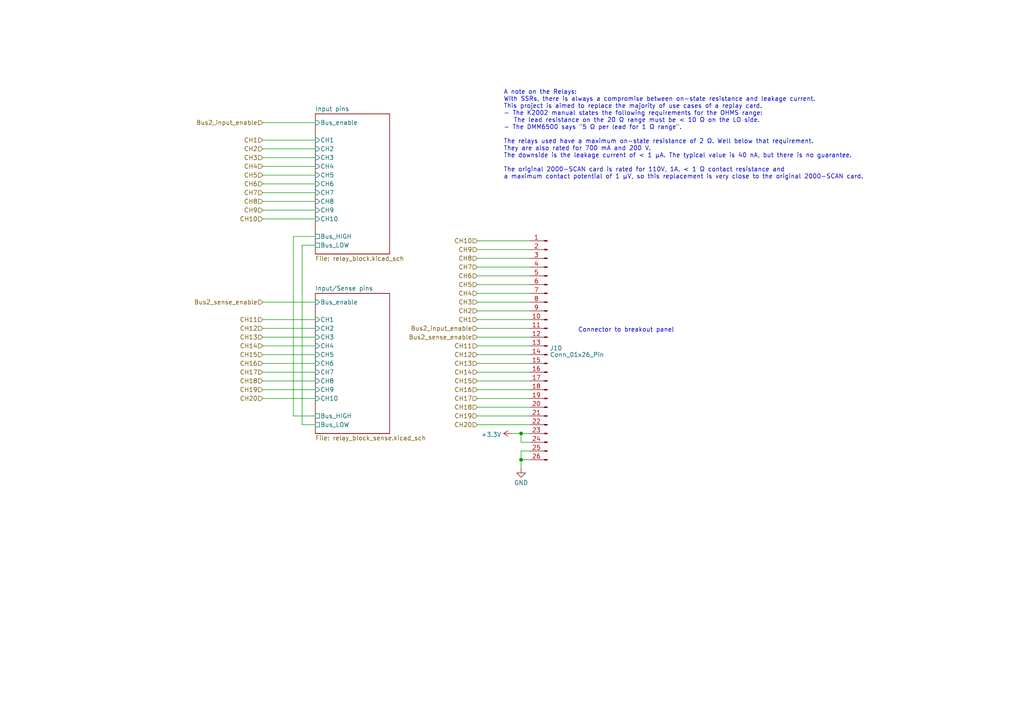
<source format=kicad_sch>
(kicad_sch (version 20230121) (generator eeschema)
  (paper "A4")
  (title_block (title "Keithley 2000-SCAN-20 SSR") (date "2023-05-11") (rev "v.1.2.0") (comment 1 "Copyright (©) 2021, Patrick Baus <patrick.baus@physik.tu-darmstadt.de>") (comment 2 "Licensed under CERN OHL v.1.2"))
  (lib_symbols
    (symbol "Connector:Conn_01x26_Pin" (pin_names (offset 1.016) hide)
      (property "Reference" "J" (at 0 33.02 0))
      (property "Value" "Conn_01x26_Pin" (at 0 -35.56 0))
      (symbol "Conn_01x26_Pin_1_1"
        (polyline (pts (xy 1.27 -33.02) (xy 0.8636 -33.02)) (stroke (width 0.1524)))
        (polyline (pts (xy 1.27 -30.48) (xy 0.8636 -30.48)) (stroke (width 0.1524)))
        (polyline (pts (xy 1.27 -27.94) (xy 0.8636 -27.94)) (stroke (width 0.1524)))
        (polyline (pts (xy 1.27 -25.4) (xy 0.8636 -25.4)) (stroke (width 0.1524)))
        (polyline (pts (xy 1.27 -22.86) (xy 0.8636 -22.86)) (stroke (width 0.1524)))
        (polyline (pts (xy 1.27 -20.32) (xy 0.8636 -20.32)) (stroke (width 0.1524)))
        (polyline (pts (xy 1.27 -17.78) (xy 0.8636 -17.78)) (stroke (width 0.1524)))
        (polyline (pts (xy 1.27 -15.24) (xy 0.8636 -15.24)) (stroke (width 0.1524)))
        (polyline (pts (xy 1.27 -12.7) (xy 0.8636 -12.7)) (stroke (width 0.1524)))
        (polyline (pts (xy 1.27 -10.16) (xy 0.8636 -10.16)) (stroke (width 0.1524)))
        (polyline (pts (xy 1.27 -7.62) (xy 0.8636 -7.62)) (stroke (width 0.1524)))
        (polyline (pts (xy 1.27 -5.08) (xy 0.8636 -5.08)) (stroke (width 0.1524)))
        (polyline (pts (xy 1.27 -2.54) (xy 0.8636 -2.54)) (stroke (width 0.1524)))
        (polyline (pts (xy 1.27 0) (xy 0.8636 0)) (stroke (width 0.1524)))
        (polyline (pts (xy 1.27 2.54) (xy 0.8636 2.54)) (stroke (width 0.1524)))
        (polyline (pts (xy 1.27 5.08) (xy 0.8636 5.08)) (stroke (width 0.1524)))
        (polyline (pts (xy 1.27 7.62) (xy 0.8636 7.62)) (stroke (width 0.1524)))
        (polyline (pts (xy 1.27 10.16) (xy 0.8636 10.16)) (stroke (width 0.1524)))
        (polyline (pts (xy 1.27 12.7) (xy 0.8636 12.7)) (stroke (width 0.1524)))
        (polyline (pts (xy 1.27 15.24) (xy 0.8636 15.24)) (stroke (width 0.1524)))
        (polyline (pts (xy 1.27 17.78) (xy 0.8636 17.78)) (stroke (width 0.1524)))
        (polyline (pts (xy 1.27 20.32) (xy 0.8636 20.32)) (stroke (width 0.1524)))
        (polyline (pts (xy 1.27 22.86) (xy 0.8636 22.86)) (stroke (width 0.1524)))
        (polyline (pts (xy 1.27 25.4) (xy 0.8636 25.4)) (stroke (width 0.1524)))
        (polyline (pts (xy 1.27 27.94) (xy 0.8636 27.94)) (stroke (width 0.1524)))
        (polyline (pts (xy 1.27 30.48) (xy 0.8636 30.48)) (stroke (width 0.1524)))
        (rectangle (start 0.8636 -32.893) (end 0 -33.147) (stroke (width 0.1524)) (fill (type outline)))
        (rectangle (start 0.8636 -30.353) (end 0 -30.607) (stroke (width 0.1524)) (fill (type outline)))
        (rectangle (start 0.8636 -27.813) (end 0 -28.067) (stroke (width 0.1524)) (fill (type outline)))
        (rectangle (start 0.8636 -25.273) (end 0 -25.527) (stroke (width 0.1524)) (fill (type outline)))
        (rectangle (start 0.8636 -22.733) (end 0 -22.987) (stroke (width 0.1524)) (fill (type outline)))
        (rectangle (start 0.8636 -20.193) (end 0 -20.447) (stroke (width 0.1524)) (fill (type outline)))
        (rectangle (start 0.8636 -17.653) (end 0 -17.907) (stroke (width 0.1524)) (fill (type outline)))
        (rectangle (start 0.8636 -15.113) (end 0 -15.367) (stroke (width 0.1524)) (fill (type outline)))
        (rectangle (start 0.8636 -12.573) (end 0 -12.827) (stroke (width 0.1524)) (fill (type outline)))
        (rectangle (start 0.8636 -10.033) (end 0 -10.287) (stroke (width 0.1524)) (fill (type outline)))
        (rectangle (start 0.8636 -7.493) (end 0 -7.747) (stroke (width 0.1524)) (fill (type outline)))
        (rectangle (start 0.8636 -4.953) (end 0 -5.207) (stroke (width 0.1524)) (fill (type outline)))
        (rectangle (start 0.8636 -2.413) (end 0 -2.667) (stroke (width 0.1524)) (fill (type outline)))
        (rectangle (start 0.8636 0.127) (end 0 -0.127) (stroke (width 0.1524)) (fill (type outline)))
        (rectangle (start 0.8636 2.667) (end 0 2.413) (stroke (width 0.1524)) (fill (type outline)))
        (rectangle (start 0.8636 5.207) (end 0 4.953) (stroke (width 0.1524)) (fill (type outline)))
        (rectangle (start 0.8636 7.747) (end 0 7.493) (stroke (width 0.1524)) (fill (type outline)))
        (rectangle (start 0.8636 10.287) (end 0 10.033) (stroke (width 0.1524)) (fill (type outline)))
        (rectangle (start 0.8636 12.827) (end 0 12.573) (stroke (width 0.1524)) (fill (type outline)))
        (rectangle (start 0.8636 15.367) (end 0 15.113) (stroke (width 0.1524)) (fill (type outline)))
        (rectangle (start 0.8636 17.907) (end 0 17.653) (stroke (width 0.1524)) (fill (type outline)))
        (rectangle (start 0.8636 20.447) (end 0 20.193) (stroke (width 0.1524)) (fill (type outline)))
        (rectangle (start 0.8636 22.987) (end 0 22.733) (stroke (width 0.1524)) (fill (type outline)))
        (rectangle (start 0.8636 25.527) (end 0 25.273) (stroke (width 0.1524)) (fill (type outline)))
        (rectangle (start 0.8636 28.067) (end 0 27.813) (stroke (width 0.1524)) (fill (type outline)))
        (rectangle (start 0.8636 30.607) (end 0 30.353) (stroke (width 0.1524)) (fill (type outline)))
        (pin passive line (at 5.08 30.48 180) (length 3.81) (name "Pin_1") (number "1"))
        (pin passive line (at 5.08 7.62 180) (length 3.81) (name "Pin_10") (number "10"))
        (pin passive line (at 5.08 5.08 180) (length 3.81) (name "Pin_11") (number "11"))
        (pin passive line (at 5.08 2.54 180) (length 3.81) (name "Pin_12") (number "12"))
        (pin passive line (at 5.08 0 180) (length 3.81) (name "Pin_13") (number "13"))
        (pin passive line (at 5.08 -2.54 180) (length 3.81) (name "Pin_14") (number "14"))
        (pin passive line (at 5.08 -5.08 180) (length 3.81) (name "Pin_15") (number "15"))
        (pin passive line (at 5.08 -7.62 180) (length 3.81) (name "Pin_16") (number "16"))
        (pin passive line (at 5.08 -10.16 180) (length 3.81) (name "Pin_17") (number "17"))
        (pin passive line (at 5.08 -12.7 180) (length 3.81) (name "Pin_18") (number "18"))
        (pin passive line (at 5.08 -15.24 180) (length 3.81) (name "Pin_19") (number "19"))
        (pin passive line (at 5.08 27.94 180) (length 3.81) (name "Pin_2") (number "2"))
        (pin passive line (at 5.08 -17.78 180) (length 3.81) (name "Pin_20") (number "20"))
        (pin passive line (at 5.08 -20.32 180) (length 3.81) (name "Pin_21") (number "21"))
        (pin passive line (at 5.08 -22.86 180) (length 3.81) (name "Pin_22") (number "22"))
        (pin passive line (at 5.08 -25.4 180) (length 3.81) (name "Pin_23") (number "23"))
        (pin passive line (at 5.08 -27.94 180) (length 3.81) (name "Pin_24") (number "24"))
        (pin passive line (at 5.08 -30.48 180) (length 3.81) (name "Pin_25") (number "25"))
        (pin passive line (at 5.08 -33.02 180) (length 3.81) (name "Pin_26") (number "26"))
        (pin passive line (at 5.08 25.4 180) (length 3.81) (name "Pin_3") (number "3"))
        (pin passive line (at 5.08 22.86 180) (length 3.81) (name "Pin_4") (number "4"))
        (pin passive line (at 5.08 20.32 180) (length 3.81) (name "Pin_5") (number "5"))
        (pin passive line (at 5.08 17.78 180) (length 3.81) (name "Pin_6") (number "6"))
        (pin passive line (at 5.08 15.24 180) (length 3.81) (name "Pin_7") (number "7"))
        (pin passive line (at 5.08 12.7 180) (length 3.81) (name "Pin_8") (number "8"))
        (pin passive line (at 5.08 10.16 180) (length 3.81) (name "Pin_9") (number "9"))
      )
    )
    (symbol "power:+3.3V" (power) (pin_names (offset 0))
      (property "Value" "+3.3V" (at 0 3.556 0))
      (symbol "+3.3V_0_1"
        (polyline (pts (xy -0.762 1.27) (xy 0 2.54)))
        (polyline (pts (xy 0 0) (xy 0 2.54)))
        (polyline (pts (xy 0 2.54) (xy 0.762 1.27)))
      )
      (symbol "+3.3V_1_1"
        (pin power_in line (at 0 0 90) (length 0) hide (name "+3.3V") (number "1"))
      )
    )
    (symbol "power:GND" (power) (pin_names (offset 0))
      (property "Value" "GND" (at 0 -3.81 0))
      (symbol "GND_0_1"
        (polyline (pts (xy 0 0) (xy 0 -1.27) (xy 1.27 -1.27) (xy 0 -2.54) (xy -1.27 -1.27) (xy 0 -1.27)))
      )
      (symbol "GND_1_1"
        (pin power_in line (at 0 0 270) (length 0) hide (name "GND") (number "1"))
      )
    )
  )
  (junction (at 151.13 125.73))
  (junction (at 151.13 133.35))
  (wire (pts (xy 91.44 63.5) (xy 76.2 63.5)))
  (wire (pts (xy 151.13 128.27) (xy 153.67 128.27)))
  (wire (pts (xy 151.13 133.35) (xy 153.67 133.35)))
  (wire (pts (xy 153.67 110.49) (xy 138.43 110.49)))
  (wire (pts (xy 153.67 102.87) (xy 138.43 102.87)))
  (wire (pts (xy 87.63 71.12) (xy 87.63 123.19)))
  (wire (pts (xy 91.44 58.42) (xy 76.2 58.42)))
  (wire (pts (xy 153.67 72.39) (xy 138.43 72.39)))
  (wire (pts (xy 91.44 97.79) (xy 76.2 97.79)))
  (wire (pts (xy 91.44 87.63) (xy 76.2 87.63)))
  (wire (pts (xy 151.13 130.81) (xy 153.67 130.81)))
  (wire (pts (xy 91.44 71.12) (xy 87.63 71.12)))
  (wire (pts (xy 153.67 123.19) (xy 138.43 123.19)))
  (wire (pts (xy 153.67 74.93) (xy 138.43 74.93)))
  (wire (pts (xy 91.44 92.71) (xy 76.2 92.71)))
  (wire (pts (xy 91.44 110.49) (xy 76.2 110.49)))
  (wire (pts (xy 153.67 77.47) (xy 138.43 77.47)))
  (wire (pts (xy 85.09 120.65) (xy 91.44 120.65)))
  (wire (pts (xy 153.67 107.95) (xy 138.43 107.95)))
  (wire (pts (xy 148.59 125.73) (xy 151.13 125.73)))
  (wire (pts (xy 91.44 53.34) (xy 76.2 53.34)))
  (wire (pts (xy 91.44 113.03) (xy 76.2 113.03)))
  (wire (pts (xy 151.13 133.35) (xy 151.13 135.89)))
  (wire (pts (xy 153.67 80.01) (xy 138.43 80.01)))
  (wire (pts (xy 153.67 90.17) (xy 138.43 90.17)))
  (wire (pts (xy 91.44 43.18) (xy 76.2 43.18)))
  (wire (pts (xy 153.67 92.71) (xy 138.43 92.71)))
  (wire (pts (xy 91.44 100.33) (xy 76.2 100.33)))
  (wire (pts (xy 153.67 97.79) (xy 138.43 97.79)))
  (wire (pts (xy 85.09 68.58) (xy 85.09 120.65)))
  (wire (pts (xy 153.67 125.73) (xy 151.13 125.73)))
  (wire (pts (xy 153.67 113.03) (xy 138.43 113.03)))
  (wire (pts (xy 91.44 48.26) (xy 76.2 48.26)))
  (wire (pts (xy 91.44 105.41) (xy 76.2 105.41)))
  (wire (pts (xy 153.67 105.41) (xy 138.43 105.41)))
  (wire (pts (xy 151.13 125.73) (xy 151.13 128.27)))
  (wire (pts (xy 91.44 40.64) (xy 76.2 40.64)))
  (wire (pts (xy 91.44 55.88) (xy 76.2 55.88)))
  (wire (pts (xy 153.67 82.55) (xy 138.43 82.55)))
  (wire (pts (xy 91.44 115.57) (xy 76.2 115.57)))
  (wire (pts (xy 153.67 118.11) (xy 138.43 118.11)))
  (wire (pts (xy 153.67 120.65) (xy 138.43 120.65)))
  (wire (pts (xy 153.67 69.85) (xy 138.43 69.85)))
  (wire (pts (xy 153.67 115.57) (xy 138.43 115.57)))
  (wire (pts (xy 151.13 130.81) (xy 151.13 133.35)))
  (wire (pts (xy 153.67 95.25) (xy 138.43 95.25)))
  (wire (pts (xy 153.67 100.33) (xy 138.43 100.33)))
  (wire (pts (xy 91.44 68.58) (xy 85.09 68.58)))
  (wire (pts (xy 91.44 50.8) (xy 76.2 50.8)))
  (wire (pts (xy 91.44 35.56) (xy 76.2 35.56)))
  (wire (pts (xy 91.44 95.25) (xy 76.2 95.25)))
  (wire (pts (xy 91.44 102.87) (xy 76.2 102.87)))
  (wire (pts (xy 87.63 123.19) (xy 91.44 123.19)))
  (wire (pts (xy 153.67 85.09) (xy 138.43 85.09)))
  (wire (pts (xy 91.44 45.72) (xy 76.2 45.72)))
  (wire (pts (xy 91.44 107.95) (xy 76.2 107.95)))
  (wire (pts (xy 91.44 60.96) (xy 76.2 60.96)))
  (wire (pts (xy 153.67 87.63) (xy 138.43 87.63)))
  (text "A note on the Relays:\nWith SSRs, there is always a compromise between on-state resistance and leakage current.\nThis project is aimed to replace the majority of use cases of a replay card.\n- The K2002 manual states the following requirements for the OHMS range:\n   The lead resistance on the 20 Ω range must be < 10 Ω on the LO side.\n- The DMM6500 says \"5 Ω per lead for 1 Ω range\".\n\nThe relays used have a maximum on-state resistance of 2 Ω. Well below that requirement.\nThey are also rated for 700 mA and 200 V.\nThe downside is the leakage current of < 1 µA. The typical value is 40 nA, but there is no guarantee.\n\nThe original 2000-SCAN card is rated for 110V, 1A, < 1 Ω contact resistance and\na maximum contact potential of 1 µV, so this replacement is very close to the original 2000-SCAN card." (at 146.05 52.07 0) (effects (font (size 1.27 1.27)) (justify left bottom)))
  (text "Connector to breakout panel" (at 167.64 96.52 0) (effects (font (size 1.27 1.27)) (justify left bottom)))
  (hierarchical_label "CH15" (shape input) (at 138.43 110.49 180))
  (hierarchical_label "CH2" (shape input) (at 76.2 43.18 180))
  (hierarchical_label "CH10" (shape input) (at 76.2 63.5 180))
  (hierarchical_label "CH10" (shape input) (at 138.43 69.85 180))
  (hierarchical_label "CH5" (shape input) (at 138.43 82.55 180))
  (hierarchical_label "Bus2_input_enable" (shape input) (at 138.43 95.25 180))
  (hierarchical_label "CH9" (shape input) (at 138.43 72.39 180))
  (hierarchical_label "CH9" (shape input) (at 76.2 60.96 180))
  (hierarchical_label "CH6" (shape input) (at 76.2 53.34 180))
  (hierarchical_label "CH16" (shape input) (at 76.2 105.41 180))
  (hierarchical_label "CH13" (shape input) (at 76.2 97.79 180))
  (hierarchical_label "CH1" (shape input) (at 138.43 92.71 180))
  (hierarchical_label "CH18" (shape input) (at 138.43 118.11 180))
  (hierarchical_label "CH14" (shape input) (at 138.43 107.95 180))
  (hierarchical_label "CH5" (shape input) (at 76.2 50.8 180))
  (hierarchical_label "CH12" (shape input) (at 76.2 95.25 180))
  (hierarchical_label "CH18" (shape input) (at 76.2 110.49 180))
  (hierarchical_label "CH17" (shape input) (at 76.2 107.95 180))
  (hierarchical_label "CH11" (shape input) (at 76.2 92.71 180))
  (hierarchical_label "Bus2_sense_enable" (shape input) (at 76.2 87.63 180))
  (hierarchical_label "CH8" (shape input) (at 138.43 74.93 180))
  (hierarchical_label "CH11" (shape input) (at 138.43 100.33 180))
  (hierarchical_label "CH20" (shape input) (at 138.43 123.19 180))
  (hierarchical_label "Bus2_sense_enable" (shape input) (at 138.43 97.79 180))
  (hierarchical_label "CH15" (shape input) (at 76.2 102.87 180))
  (hierarchical_label "CH4" (shape input) (at 138.43 85.09 180))
  (hierarchical_label "CH20" (shape input) (at 76.2 115.57 180))
  (hierarchical_label "CH2" (shape input) (at 138.43 90.17 180))
  (hierarchical_label "CH17" (shape input) (at 138.43 115.57 180))
  (hierarchical_label "CH4" (shape input) (at 76.2 48.26 180))
  (hierarchical_label "CH6" (shape input) (at 138.43 80.01 180))
  (hierarchical_label "CH7" (shape input) (at 138.43 77.47 180))
  (hierarchical_label "CH7" (shape input) (at 76.2 55.88 180))
  (hierarchical_label "CH13" (shape input) (at 138.43 105.41 180))
  (hierarchical_label "CH3" (shape input) (at 76.2 45.72 180))
  (hierarchical_label "CH14" (shape input) (at 76.2 100.33 180))
  (hierarchical_label "CH12" (shape input) (at 138.43 102.87 180))
  (hierarchical_label "CH3" (shape input) (at 138.43 87.63 180))
  (hierarchical_label "CH8" (shape input) (at 76.2 58.42 180))
  (hierarchical_label "CH19" (shape input) (at 76.2 113.03 180))
  (hierarchical_label "CH19" (shape input) (at 138.43 120.65 180))
  (hierarchical_label "CH16" (shape input) (at 138.43 113.03 180))
  (hierarchical_label "Bus2_input_enable" (shape input) (at 76.2 35.56 180))
  (hierarchical_label "CH1" (shape input) (at 76.2 40.64 180))
  (symbol (lib_id "Connector:Conn_01x26_Pin") (at 158.75 100.33 0) (mirror y) (unit 1)
    (property "Reference" "J10" (at 159.4612 100.9563 0) (effects (justify right)))
    (property "Value" "Conn_01x26_Pin" (at 159.4612 102.8773 0) (effects (justify right)))
    (property "Footprint" "Connector_IDC:IDC-Header_2x13_P2.54mm_Latch_Horizontal" (effects hide))
  )
  (symbol (lib_id "power:+3.3V") (at 148.59 125.73 90) (unit 1)
    (property "Reference" "#PWR015" (effects hide))
    (property "Value" "+3.3V" (at 145.415 126.0468 90) (effects (justify left)))
  )
  (symbol (lib_id "power:GND") (at 151.13 135.89 0) (unit 1)
    (property "Reference" "#PWR06" (effects hide))
    (property "Value" "GND" (at 151.13 140.0255 0))
  )
  (sheet (at 91.44 33.02) (size 21.59 40.64)
    (property "Sheetname" "Input pins" (at 91.44 32.3084 0) (effects (justify left bottom)))
    (property "Sheetfile" "relay_block.kicad_sch" (at 91.44 74.2446 0) (effects (justify left top)))
    (pin "CH1" input (at 91.44 40.64 180))
    (pin "CH2" input (at 91.44 43.18 180))
    (pin "CH3" input (at 91.44 45.72 180))
    (pin "CH4" input (at 91.44 48.26 180))
    (pin "CH5" input (at 91.44 50.8 180))
    (pin "CH6" input (at 91.44 53.34 180))
    (pin "CH7" input (at 91.44 55.88 180))
    (pin "CH8" input (at 91.44 58.42 180))
    (pin "CH9" input (at 91.44 60.96 180))
    (pin "CH10" input (at 91.44 63.5 180))
    (pin "Bus_enable" input (at 91.44 35.56 180))
    (pin "Bus_LOW" passive (at 91.44 71.12 180))
    (pin "Bus_HIGH" passive (at 91.44 68.58 180))
  )
  (sheet (at 91.44 85.09) (size 21.59 40.64)
    (property "Sheetname" "Input/Sense pins" (at 91.44 84.3784 0) (effects (justify left bottom)))
    (property "Sheetfile" "relay_block_sense.kicad_sch" (at 91.44 126.3146 0) (effects (justify left top)))
    (pin "CH1" input (at 91.44 92.71 180))
    (pin "CH2" input (at 91.44 95.25 180))
    (pin "CH3" input (at 91.44 97.79 180))
    (pin "CH4" input (at 91.44 100.33 180))
    (pin "CH5" input (at 91.44 102.87 180))
    (pin "CH6" input (at 91.44 105.41 180))
    (pin "CH7" input (at 91.44 107.95 180))
    (pin "CH8" input (at 91.44 110.49 180))
    (pin "CH9" input (at 91.44 113.03 180))
    (pin "CH10" input (at 91.44 115.57 180))
    (pin "Bus_enable" input (at 91.44 87.63 180))
    (pin "Bus_LOW" passive (at 91.44 123.19 180))
    (pin "Bus_HIGH" passive (at 91.44 120.65 180))
  )
)
</source>
